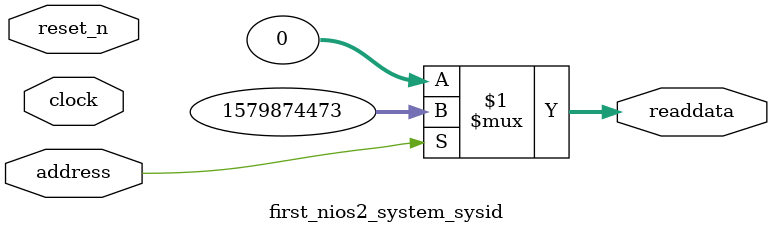
<source format=v>



// synthesis translate_off
`timescale 1ns / 1ps
// synthesis translate_on

// turn off superfluous verilog processor warnings 
// altera message_level Level1 
// altera message_off 10034 10035 10036 10037 10230 10240 10030 

module first_nios2_system_sysid (
               // inputs:
                address,
                clock,
                reset_n,

               // outputs:
                readdata
             )
;

  output  [ 31: 0] readdata;
  input            address;
  input            clock;
  input            reset_n;

  wire    [ 31: 0] readdata;
  //control_slave, which is an e_avalon_slave
  assign readdata = address ? 1579874473 : 0;

endmodule



</source>
